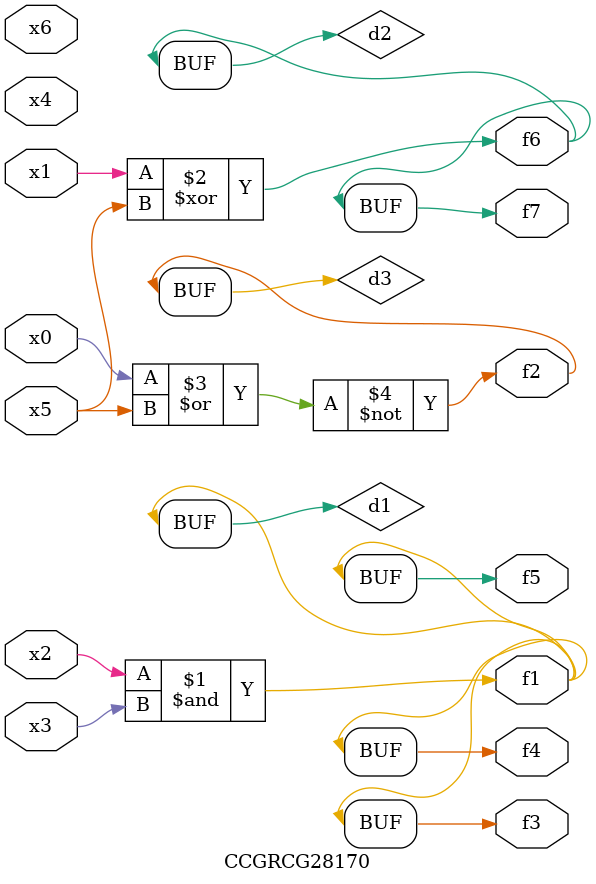
<source format=v>
module CCGRCG28170(
	input x0, x1, x2, x3, x4, x5, x6,
	output f1, f2, f3, f4, f5, f6, f7
);

	wire d1, d2, d3;

	and (d1, x2, x3);
	xor (d2, x1, x5);
	nor (d3, x0, x5);
	assign f1 = d1;
	assign f2 = d3;
	assign f3 = d1;
	assign f4 = d1;
	assign f5 = d1;
	assign f6 = d2;
	assign f7 = d2;
endmodule

</source>
